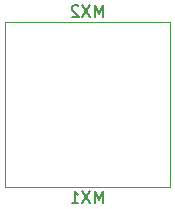
<source format=gbr>
G04 #@! TF.GenerationSoftware,KiCad,Pcbnew,(6.0.1)*
G04 #@! TF.CreationDate,2022-02-17T12:15:03-06:00*
G04 #@! TF.ProjectId,Space Hand Wire Helpers,53706163-6520-4486-916e-642057697265,rev?*
G04 #@! TF.SameCoordinates,Original*
G04 #@! TF.FileFunction,Legend,Bot*
G04 #@! TF.FilePolarity,Positive*
%FSLAX46Y46*%
G04 Gerber Fmt 4.6, Leading zero omitted, Abs format (unit mm)*
G04 Created by KiCad (PCBNEW (6.0.1)) date 2022-02-17 12:15:03*
%MOMM*%
%LPD*%
G01*
G04 APERTURE LIST*
%ADD10C,0.150000*%
%ADD11C,0.120000*%
G04 APERTURE END LIST*
D10*
X148224714Y-88717380D02*
X148224714Y-87717380D01*
X147891380Y-88431666D01*
X147558047Y-87717380D01*
X147558047Y-88717380D01*
X147177095Y-87717380D02*
X146510428Y-88717380D01*
X146510428Y-87717380D02*
X147177095Y-88717380D01*
X146177095Y-87812619D02*
X146129476Y-87765000D01*
X146034238Y-87717380D01*
X145796142Y-87717380D01*
X145700904Y-87765000D01*
X145653285Y-87812619D01*
X145605666Y-87907857D01*
X145605666Y-88003095D01*
X145653285Y-88145952D01*
X146224714Y-88717380D01*
X145605666Y-88717380D01*
X148224714Y-104465380D02*
X148224714Y-103465380D01*
X147891380Y-104179666D01*
X147558047Y-103465380D01*
X147558047Y-104465380D01*
X147177095Y-103465380D02*
X146510428Y-104465380D01*
X146510428Y-103465380D02*
X147177095Y-104465380D01*
X145605666Y-104465380D02*
X146177095Y-104465380D01*
X145891380Y-104465380D02*
X145891380Y-103465380D01*
X145986619Y-103608238D01*
X146081857Y-103703476D01*
X146177095Y-103751095D01*
D11*
X139954000Y-103124000D02*
X153924000Y-103124000D01*
X153924000Y-103124000D02*
X153924000Y-89154000D01*
X139954000Y-89154000D02*
X139954000Y-103124000D01*
X153924000Y-89154000D02*
X139954000Y-89154000D01*
X153924000Y-89154000D02*
X139954000Y-89154000D01*
X153924000Y-103124000D02*
X153924000Y-89154000D01*
X139954000Y-89154000D02*
X139954000Y-103124000D01*
X139954000Y-103124000D02*
X153924000Y-103124000D01*
M02*

</source>
